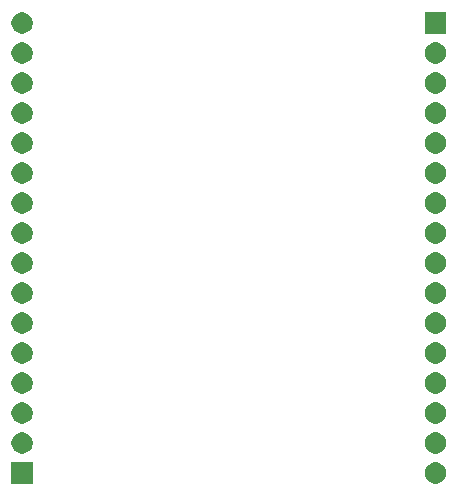
<source format=gbr>
G04 #@! TF.GenerationSoftware,KiCad,Pcbnew,(5.1.5)-3*
G04 #@! TF.CreationDate,2020-03-18T19:06:41-04:00*
G04 #@! TF.ProjectId,SRAM CY62128EV30LL-45ZXI,5352414d-2043-4593-9632-313238455633,rev?*
G04 #@! TF.SameCoordinates,Original*
G04 #@! TF.FileFunction,Soldermask,Bot*
G04 #@! TF.FilePolarity,Negative*
%FSLAX46Y46*%
G04 Gerber Fmt 4.6, Leading zero omitted, Abs format (unit mm)*
G04 Created by KiCad (PCBNEW (5.1.5)-3) date 2020-03-18 19:06:41*
%MOMM*%
%LPD*%
G04 APERTURE LIST*
%ADD10C,0.100000*%
G04 APERTURE END LIST*
D10*
G36*
X95901000Y-84001000D02*
G01*
X94099000Y-84001000D01*
X94099000Y-82199000D01*
X95901000Y-82199000D01*
X95901000Y-84001000D01*
G37*
G36*
X130113512Y-82203927D02*
G01*
X130262812Y-82233624D01*
X130426784Y-82301544D01*
X130574354Y-82400147D01*
X130699853Y-82525646D01*
X130798456Y-82673216D01*
X130866376Y-82837188D01*
X130901000Y-83011259D01*
X130901000Y-83188741D01*
X130866376Y-83362812D01*
X130798456Y-83526784D01*
X130699853Y-83674354D01*
X130574354Y-83799853D01*
X130426784Y-83898456D01*
X130262812Y-83966376D01*
X130113512Y-83996073D01*
X130088742Y-84001000D01*
X129911258Y-84001000D01*
X129886488Y-83996073D01*
X129737188Y-83966376D01*
X129573216Y-83898456D01*
X129425646Y-83799853D01*
X129300147Y-83674354D01*
X129201544Y-83526784D01*
X129133624Y-83362812D01*
X129099000Y-83188741D01*
X129099000Y-83011259D01*
X129133624Y-82837188D01*
X129201544Y-82673216D01*
X129300147Y-82525646D01*
X129425646Y-82400147D01*
X129573216Y-82301544D01*
X129737188Y-82233624D01*
X129886488Y-82203927D01*
X129911258Y-82199000D01*
X130088742Y-82199000D01*
X130113512Y-82203927D01*
G37*
G36*
X130113512Y-79663927D02*
G01*
X130262812Y-79693624D01*
X130426784Y-79761544D01*
X130574354Y-79860147D01*
X130699853Y-79985646D01*
X130798456Y-80133216D01*
X130866376Y-80297188D01*
X130901000Y-80471259D01*
X130901000Y-80648741D01*
X130866376Y-80822812D01*
X130798456Y-80986784D01*
X130699853Y-81134354D01*
X130574354Y-81259853D01*
X130426784Y-81358456D01*
X130262812Y-81426376D01*
X130113512Y-81456073D01*
X130088742Y-81461000D01*
X129911258Y-81461000D01*
X129886488Y-81456073D01*
X129737188Y-81426376D01*
X129573216Y-81358456D01*
X129425646Y-81259853D01*
X129300147Y-81134354D01*
X129201544Y-80986784D01*
X129133624Y-80822812D01*
X129099000Y-80648741D01*
X129099000Y-80471259D01*
X129133624Y-80297188D01*
X129201544Y-80133216D01*
X129300147Y-79985646D01*
X129425646Y-79860147D01*
X129573216Y-79761544D01*
X129737188Y-79693624D01*
X129886488Y-79663927D01*
X129911258Y-79659000D01*
X130088742Y-79659000D01*
X130113512Y-79663927D01*
G37*
G36*
X95113512Y-79663927D02*
G01*
X95262812Y-79693624D01*
X95426784Y-79761544D01*
X95574354Y-79860147D01*
X95699853Y-79985646D01*
X95798456Y-80133216D01*
X95866376Y-80297188D01*
X95901000Y-80471259D01*
X95901000Y-80648741D01*
X95866376Y-80822812D01*
X95798456Y-80986784D01*
X95699853Y-81134354D01*
X95574354Y-81259853D01*
X95426784Y-81358456D01*
X95262812Y-81426376D01*
X95113512Y-81456073D01*
X95088742Y-81461000D01*
X94911258Y-81461000D01*
X94886488Y-81456073D01*
X94737188Y-81426376D01*
X94573216Y-81358456D01*
X94425646Y-81259853D01*
X94300147Y-81134354D01*
X94201544Y-80986784D01*
X94133624Y-80822812D01*
X94099000Y-80648741D01*
X94099000Y-80471259D01*
X94133624Y-80297188D01*
X94201544Y-80133216D01*
X94300147Y-79985646D01*
X94425646Y-79860147D01*
X94573216Y-79761544D01*
X94737188Y-79693624D01*
X94886488Y-79663927D01*
X94911258Y-79659000D01*
X95088742Y-79659000D01*
X95113512Y-79663927D01*
G37*
G36*
X130113512Y-77123927D02*
G01*
X130262812Y-77153624D01*
X130426784Y-77221544D01*
X130574354Y-77320147D01*
X130699853Y-77445646D01*
X130798456Y-77593216D01*
X130866376Y-77757188D01*
X130901000Y-77931259D01*
X130901000Y-78108741D01*
X130866376Y-78282812D01*
X130798456Y-78446784D01*
X130699853Y-78594354D01*
X130574354Y-78719853D01*
X130426784Y-78818456D01*
X130262812Y-78886376D01*
X130113512Y-78916073D01*
X130088742Y-78921000D01*
X129911258Y-78921000D01*
X129886488Y-78916073D01*
X129737188Y-78886376D01*
X129573216Y-78818456D01*
X129425646Y-78719853D01*
X129300147Y-78594354D01*
X129201544Y-78446784D01*
X129133624Y-78282812D01*
X129099000Y-78108741D01*
X129099000Y-77931259D01*
X129133624Y-77757188D01*
X129201544Y-77593216D01*
X129300147Y-77445646D01*
X129425646Y-77320147D01*
X129573216Y-77221544D01*
X129737188Y-77153624D01*
X129886488Y-77123927D01*
X129911258Y-77119000D01*
X130088742Y-77119000D01*
X130113512Y-77123927D01*
G37*
G36*
X95113512Y-77123927D02*
G01*
X95262812Y-77153624D01*
X95426784Y-77221544D01*
X95574354Y-77320147D01*
X95699853Y-77445646D01*
X95798456Y-77593216D01*
X95866376Y-77757188D01*
X95901000Y-77931259D01*
X95901000Y-78108741D01*
X95866376Y-78282812D01*
X95798456Y-78446784D01*
X95699853Y-78594354D01*
X95574354Y-78719853D01*
X95426784Y-78818456D01*
X95262812Y-78886376D01*
X95113512Y-78916073D01*
X95088742Y-78921000D01*
X94911258Y-78921000D01*
X94886488Y-78916073D01*
X94737188Y-78886376D01*
X94573216Y-78818456D01*
X94425646Y-78719853D01*
X94300147Y-78594354D01*
X94201544Y-78446784D01*
X94133624Y-78282812D01*
X94099000Y-78108741D01*
X94099000Y-77931259D01*
X94133624Y-77757188D01*
X94201544Y-77593216D01*
X94300147Y-77445646D01*
X94425646Y-77320147D01*
X94573216Y-77221544D01*
X94737188Y-77153624D01*
X94886488Y-77123927D01*
X94911258Y-77119000D01*
X95088742Y-77119000D01*
X95113512Y-77123927D01*
G37*
G36*
X95113512Y-74583927D02*
G01*
X95262812Y-74613624D01*
X95426784Y-74681544D01*
X95574354Y-74780147D01*
X95699853Y-74905646D01*
X95798456Y-75053216D01*
X95866376Y-75217188D01*
X95901000Y-75391259D01*
X95901000Y-75568741D01*
X95866376Y-75742812D01*
X95798456Y-75906784D01*
X95699853Y-76054354D01*
X95574354Y-76179853D01*
X95426784Y-76278456D01*
X95262812Y-76346376D01*
X95113512Y-76376073D01*
X95088742Y-76381000D01*
X94911258Y-76381000D01*
X94886488Y-76376073D01*
X94737188Y-76346376D01*
X94573216Y-76278456D01*
X94425646Y-76179853D01*
X94300147Y-76054354D01*
X94201544Y-75906784D01*
X94133624Y-75742812D01*
X94099000Y-75568741D01*
X94099000Y-75391259D01*
X94133624Y-75217188D01*
X94201544Y-75053216D01*
X94300147Y-74905646D01*
X94425646Y-74780147D01*
X94573216Y-74681544D01*
X94737188Y-74613624D01*
X94886488Y-74583927D01*
X94911258Y-74579000D01*
X95088742Y-74579000D01*
X95113512Y-74583927D01*
G37*
G36*
X130113512Y-74583927D02*
G01*
X130262812Y-74613624D01*
X130426784Y-74681544D01*
X130574354Y-74780147D01*
X130699853Y-74905646D01*
X130798456Y-75053216D01*
X130866376Y-75217188D01*
X130901000Y-75391259D01*
X130901000Y-75568741D01*
X130866376Y-75742812D01*
X130798456Y-75906784D01*
X130699853Y-76054354D01*
X130574354Y-76179853D01*
X130426784Y-76278456D01*
X130262812Y-76346376D01*
X130113512Y-76376073D01*
X130088742Y-76381000D01*
X129911258Y-76381000D01*
X129886488Y-76376073D01*
X129737188Y-76346376D01*
X129573216Y-76278456D01*
X129425646Y-76179853D01*
X129300147Y-76054354D01*
X129201544Y-75906784D01*
X129133624Y-75742812D01*
X129099000Y-75568741D01*
X129099000Y-75391259D01*
X129133624Y-75217188D01*
X129201544Y-75053216D01*
X129300147Y-74905646D01*
X129425646Y-74780147D01*
X129573216Y-74681544D01*
X129737188Y-74613624D01*
X129886488Y-74583927D01*
X129911258Y-74579000D01*
X130088742Y-74579000D01*
X130113512Y-74583927D01*
G37*
G36*
X130113512Y-72043927D02*
G01*
X130262812Y-72073624D01*
X130426784Y-72141544D01*
X130574354Y-72240147D01*
X130699853Y-72365646D01*
X130798456Y-72513216D01*
X130866376Y-72677188D01*
X130901000Y-72851259D01*
X130901000Y-73028741D01*
X130866376Y-73202812D01*
X130798456Y-73366784D01*
X130699853Y-73514354D01*
X130574354Y-73639853D01*
X130426784Y-73738456D01*
X130262812Y-73806376D01*
X130113512Y-73836073D01*
X130088742Y-73841000D01*
X129911258Y-73841000D01*
X129886488Y-73836073D01*
X129737188Y-73806376D01*
X129573216Y-73738456D01*
X129425646Y-73639853D01*
X129300147Y-73514354D01*
X129201544Y-73366784D01*
X129133624Y-73202812D01*
X129099000Y-73028741D01*
X129099000Y-72851259D01*
X129133624Y-72677188D01*
X129201544Y-72513216D01*
X129300147Y-72365646D01*
X129425646Y-72240147D01*
X129573216Y-72141544D01*
X129737188Y-72073624D01*
X129886488Y-72043927D01*
X129911258Y-72039000D01*
X130088742Y-72039000D01*
X130113512Y-72043927D01*
G37*
G36*
X95113512Y-72043927D02*
G01*
X95262812Y-72073624D01*
X95426784Y-72141544D01*
X95574354Y-72240147D01*
X95699853Y-72365646D01*
X95798456Y-72513216D01*
X95866376Y-72677188D01*
X95901000Y-72851259D01*
X95901000Y-73028741D01*
X95866376Y-73202812D01*
X95798456Y-73366784D01*
X95699853Y-73514354D01*
X95574354Y-73639853D01*
X95426784Y-73738456D01*
X95262812Y-73806376D01*
X95113512Y-73836073D01*
X95088742Y-73841000D01*
X94911258Y-73841000D01*
X94886488Y-73836073D01*
X94737188Y-73806376D01*
X94573216Y-73738456D01*
X94425646Y-73639853D01*
X94300147Y-73514354D01*
X94201544Y-73366784D01*
X94133624Y-73202812D01*
X94099000Y-73028741D01*
X94099000Y-72851259D01*
X94133624Y-72677188D01*
X94201544Y-72513216D01*
X94300147Y-72365646D01*
X94425646Y-72240147D01*
X94573216Y-72141544D01*
X94737188Y-72073624D01*
X94886488Y-72043927D01*
X94911258Y-72039000D01*
X95088742Y-72039000D01*
X95113512Y-72043927D01*
G37*
G36*
X130113512Y-69503927D02*
G01*
X130262812Y-69533624D01*
X130426784Y-69601544D01*
X130574354Y-69700147D01*
X130699853Y-69825646D01*
X130798456Y-69973216D01*
X130866376Y-70137188D01*
X130901000Y-70311259D01*
X130901000Y-70488741D01*
X130866376Y-70662812D01*
X130798456Y-70826784D01*
X130699853Y-70974354D01*
X130574354Y-71099853D01*
X130426784Y-71198456D01*
X130262812Y-71266376D01*
X130113512Y-71296073D01*
X130088742Y-71301000D01*
X129911258Y-71301000D01*
X129886488Y-71296073D01*
X129737188Y-71266376D01*
X129573216Y-71198456D01*
X129425646Y-71099853D01*
X129300147Y-70974354D01*
X129201544Y-70826784D01*
X129133624Y-70662812D01*
X129099000Y-70488741D01*
X129099000Y-70311259D01*
X129133624Y-70137188D01*
X129201544Y-69973216D01*
X129300147Y-69825646D01*
X129425646Y-69700147D01*
X129573216Y-69601544D01*
X129737188Y-69533624D01*
X129886488Y-69503927D01*
X129911258Y-69499000D01*
X130088742Y-69499000D01*
X130113512Y-69503927D01*
G37*
G36*
X95113512Y-69503927D02*
G01*
X95262812Y-69533624D01*
X95426784Y-69601544D01*
X95574354Y-69700147D01*
X95699853Y-69825646D01*
X95798456Y-69973216D01*
X95866376Y-70137188D01*
X95901000Y-70311259D01*
X95901000Y-70488741D01*
X95866376Y-70662812D01*
X95798456Y-70826784D01*
X95699853Y-70974354D01*
X95574354Y-71099853D01*
X95426784Y-71198456D01*
X95262812Y-71266376D01*
X95113512Y-71296073D01*
X95088742Y-71301000D01*
X94911258Y-71301000D01*
X94886488Y-71296073D01*
X94737188Y-71266376D01*
X94573216Y-71198456D01*
X94425646Y-71099853D01*
X94300147Y-70974354D01*
X94201544Y-70826784D01*
X94133624Y-70662812D01*
X94099000Y-70488741D01*
X94099000Y-70311259D01*
X94133624Y-70137188D01*
X94201544Y-69973216D01*
X94300147Y-69825646D01*
X94425646Y-69700147D01*
X94573216Y-69601544D01*
X94737188Y-69533624D01*
X94886488Y-69503927D01*
X94911258Y-69499000D01*
X95088742Y-69499000D01*
X95113512Y-69503927D01*
G37*
G36*
X130113512Y-66963927D02*
G01*
X130262812Y-66993624D01*
X130426784Y-67061544D01*
X130574354Y-67160147D01*
X130699853Y-67285646D01*
X130798456Y-67433216D01*
X130866376Y-67597188D01*
X130901000Y-67771259D01*
X130901000Y-67948741D01*
X130866376Y-68122812D01*
X130798456Y-68286784D01*
X130699853Y-68434354D01*
X130574354Y-68559853D01*
X130426784Y-68658456D01*
X130262812Y-68726376D01*
X130113512Y-68756073D01*
X130088742Y-68761000D01*
X129911258Y-68761000D01*
X129886488Y-68756073D01*
X129737188Y-68726376D01*
X129573216Y-68658456D01*
X129425646Y-68559853D01*
X129300147Y-68434354D01*
X129201544Y-68286784D01*
X129133624Y-68122812D01*
X129099000Y-67948741D01*
X129099000Y-67771259D01*
X129133624Y-67597188D01*
X129201544Y-67433216D01*
X129300147Y-67285646D01*
X129425646Y-67160147D01*
X129573216Y-67061544D01*
X129737188Y-66993624D01*
X129886488Y-66963927D01*
X129911258Y-66959000D01*
X130088742Y-66959000D01*
X130113512Y-66963927D01*
G37*
G36*
X95113512Y-66963927D02*
G01*
X95262812Y-66993624D01*
X95426784Y-67061544D01*
X95574354Y-67160147D01*
X95699853Y-67285646D01*
X95798456Y-67433216D01*
X95866376Y-67597188D01*
X95901000Y-67771259D01*
X95901000Y-67948741D01*
X95866376Y-68122812D01*
X95798456Y-68286784D01*
X95699853Y-68434354D01*
X95574354Y-68559853D01*
X95426784Y-68658456D01*
X95262812Y-68726376D01*
X95113512Y-68756073D01*
X95088742Y-68761000D01*
X94911258Y-68761000D01*
X94886488Y-68756073D01*
X94737188Y-68726376D01*
X94573216Y-68658456D01*
X94425646Y-68559853D01*
X94300147Y-68434354D01*
X94201544Y-68286784D01*
X94133624Y-68122812D01*
X94099000Y-67948741D01*
X94099000Y-67771259D01*
X94133624Y-67597188D01*
X94201544Y-67433216D01*
X94300147Y-67285646D01*
X94425646Y-67160147D01*
X94573216Y-67061544D01*
X94737188Y-66993624D01*
X94886488Y-66963927D01*
X94911258Y-66959000D01*
X95088742Y-66959000D01*
X95113512Y-66963927D01*
G37*
G36*
X95113512Y-64423927D02*
G01*
X95262812Y-64453624D01*
X95426784Y-64521544D01*
X95574354Y-64620147D01*
X95699853Y-64745646D01*
X95798456Y-64893216D01*
X95866376Y-65057188D01*
X95901000Y-65231259D01*
X95901000Y-65408741D01*
X95866376Y-65582812D01*
X95798456Y-65746784D01*
X95699853Y-65894354D01*
X95574354Y-66019853D01*
X95426784Y-66118456D01*
X95262812Y-66186376D01*
X95113512Y-66216073D01*
X95088742Y-66221000D01*
X94911258Y-66221000D01*
X94886488Y-66216073D01*
X94737188Y-66186376D01*
X94573216Y-66118456D01*
X94425646Y-66019853D01*
X94300147Y-65894354D01*
X94201544Y-65746784D01*
X94133624Y-65582812D01*
X94099000Y-65408741D01*
X94099000Y-65231259D01*
X94133624Y-65057188D01*
X94201544Y-64893216D01*
X94300147Y-64745646D01*
X94425646Y-64620147D01*
X94573216Y-64521544D01*
X94737188Y-64453624D01*
X94886488Y-64423927D01*
X94911258Y-64419000D01*
X95088742Y-64419000D01*
X95113512Y-64423927D01*
G37*
G36*
X130113512Y-64423927D02*
G01*
X130262812Y-64453624D01*
X130426784Y-64521544D01*
X130574354Y-64620147D01*
X130699853Y-64745646D01*
X130798456Y-64893216D01*
X130866376Y-65057188D01*
X130901000Y-65231259D01*
X130901000Y-65408741D01*
X130866376Y-65582812D01*
X130798456Y-65746784D01*
X130699853Y-65894354D01*
X130574354Y-66019853D01*
X130426784Y-66118456D01*
X130262812Y-66186376D01*
X130113512Y-66216073D01*
X130088742Y-66221000D01*
X129911258Y-66221000D01*
X129886488Y-66216073D01*
X129737188Y-66186376D01*
X129573216Y-66118456D01*
X129425646Y-66019853D01*
X129300147Y-65894354D01*
X129201544Y-65746784D01*
X129133624Y-65582812D01*
X129099000Y-65408741D01*
X129099000Y-65231259D01*
X129133624Y-65057188D01*
X129201544Y-64893216D01*
X129300147Y-64745646D01*
X129425646Y-64620147D01*
X129573216Y-64521544D01*
X129737188Y-64453624D01*
X129886488Y-64423927D01*
X129911258Y-64419000D01*
X130088742Y-64419000D01*
X130113512Y-64423927D01*
G37*
G36*
X95113512Y-61883927D02*
G01*
X95262812Y-61913624D01*
X95426784Y-61981544D01*
X95574354Y-62080147D01*
X95699853Y-62205646D01*
X95798456Y-62353216D01*
X95866376Y-62517188D01*
X95901000Y-62691259D01*
X95901000Y-62868741D01*
X95866376Y-63042812D01*
X95798456Y-63206784D01*
X95699853Y-63354354D01*
X95574354Y-63479853D01*
X95426784Y-63578456D01*
X95262812Y-63646376D01*
X95113512Y-63676073D01*
X95088742Y-63681000D01*
X94911258Y-63681000D01*
X94886488Y-63676073D01*
X94737188Y-63646376D01*
X94573216Y-63578456D01*
X94425646Y-63479853D01*
X94300147Y-63354354D01*
X94201544Y-63206784D01*
X94133624Y-63042812D01*
X94099000Y-62868741D01*
X94099000Y-62691259D01*
X94133624Y-62517188D01*
X94201544Y-62353216D01*
X94300147Y-62205646D01*
X94425646Y-62080147D01*
X94573216Y-61981544D01*
X94737188Y-61913624D01*
X94886488Y-61883927D01*
X94911258Y-61879000D01*
X95088742Y-61879000D01*
X95113512Y-61883927D01*
G37*
G36*
X130113512Y-61883927D02*
G01*
X130262812Y-61913624D01*
X130426784Y-61981544D01*
X130574354Y-62080147D01*
X130699853Y-62205646D01*
X130798456Y-62353216D01*
X130866376Y-62517188D01*
X130901000Y-62691259D01*
X130901000Y-62868741D01*
X130866376Y-63042812D01*
X130798456Y-63206784D01*
X130699853Y-63354354D01*
X130574354Y-63479853D01*
X130426784Y-63578456D01*
X130262812Y-63646376D01*
X130113512Y-63676073D01*
X130088742Y-63681000D01*
X129911258Y-63681000D01*
X129886488Y-63676073D01*
X129737188Y-63646376D01*
X129573216Y-63578456D01*
X129425646Y-63479853D01*
X129300147Y-63354354D01*
X129201544Y-63206784D01*
X129133624Y-63042812D01*
X129099000Y-62868741D01*
X129099000Y-62691259D01*
X129133624Y-62517188D01*
X129201544Y-62353216D01*
X129300147Y-62205646D01*
X129425646Y-62080147D01*
X129573216Y-61981544D01*
X129737188Y-61913624D01*
X129886488Y-61883927D01*
X129911258Y-61879000D01*
X130088742Y-61879000D01*
X130113512Y-61883927D01*
G37*
G36*
X95113512Y-59343927D02*
G01*
X95262812Y-59373624D01*
X95426784Y-59441544D01*
X95574354Y-59540147D01*
X95699853Y-59665646D01*
X95798456Y-59813216D01*
X95866376Y-59977188D01*
X95901000Y-60151259D01*
X95901000Y-60328741D01*
X95866376Y-60502812D01*
X95798456Y-60666784D01*
X95699853Y-60814354D01*
X95574354Y-60939853D01*
X95426784Y-61038456D01*
X95262812Y-61106376D01*
X95113512Y-61136073D01*
X95088742Y-61141000D01*
X94911258Y-61141000D01*
X94886488Y-61136073D01*
X94737188Y-61106376D01*
X94573216Y-61038456D01*
X94425646Y-60939853D01*
X94300147Y-60814354D01*
X94201544Y-60666784D01*
X94133624Y-60502812D01*
X94099000Y-60328741D01*
X94099000Y-60151259D01*
X94133624Y-59977188D01*
X94201544Y-59813216D01*
X94300147Y-59665646D01*
X94425646Y-59540147D01*
X94573216Y-59441544D01*
X94737188Y-59373624D01*
X94886488Y-59343927D01*
X94911258Y-59339000D01*
X95088742Y-59339000D01*
X95113512Y-59343927D01*
G37*
G36*
X130113512Y-59343927D02*
G01*
X130262812Y-59373624D01*
X130426784Y-59441544D01*
X130574354Y-59540147D01*
X130699853Y-59665646D01*
X130798456Y-59813216D01*
X130866376Y-59977188D01*
X130901000Y-60151259D01*
X130901000Y-60328741D01*
X130866376Y-60502812D01*
X130798456Y-60666784D01*
X130699853Y-60814354D01*
X130574354Y-60939853D01*
X130426784Y-61038456D01*
X130262812Y-61106376D01*
X130113512Y-61136073D01*
X130088742Y-61141000D01*
X129911258Y-61141000D01*
X129886488Y-61136073D01*
X129737188Y-61106376D01*
X129573216Y-61038456D01*
X129425646Y-60939853D01*
X129300147Y-60814354D01*
X129201544Y-60666784D01*
X129133624Y-60502812D01*
X129099000Y-60328741D01*
X129099000Y-60151259D01*
X129133624Y-59977188D01*
X129201544Y-59813216D01*
X129300147Y-59665646D01*
X129425646Y-59540147D01*
X129573216Y-59441544D01*
X129737188Y-59373624D01*
X129886488Y-59343927D01*
X129911258Y-59339000D01*
X130088742Y-59339000D01*
X130113512Y-59343927D01*
G37*
G36*
X130113512Y-56803927D02*
G01*
X130262812Y-56833624D01*
X130426784Y-56901544D01*
X130574354Y-57000147D01*
X130699853Y-57125646D01*
X130798456Y-57273216D01*
X130866376Y-57437188D01*
X130901000Y-57611259D01*
X130901000Y-57788741D01*
X130866376Y-57962812D01*
X130798456Y-58126784D01*
X130699853Y-58274354D01*
X130574354Y-58399853D01*
X130426784Y-58498456D01*
X130262812Y-58566376D01*
X130113512Y-58596073D01*
X130088742Y-58601000D01*
X129911258Y-58601000D01*
X129886488Y-58596073D01*
X129737188Y-58566376D01*
X129573216Y-58498456D01*
X129425646Y-58399853D01*
X129300147Y-58274354D01*
X129201544Y-58126784D01*
X129133624Y-57962812D01*
X129099000Y-57788741D01*
X129099000Y-57611259D01*
X129133624Y-57437188D01*
X129201544Y-57273216D01*
X129300147Y-57125646D01*
X129425646Y-57000147D01*
X129573216Y-56901544D01*
X129737188Y-56833624D01*
X129886488Y-56803927D01*
X129911258Y-56799000D01*
X130088742Y-56799000D01*
X130113512Y-56803927D01*
G37*
G36*
X95113512Y-56803927D02*
G01*
X95262812Y-56833624D01*
X95426784Y-56901544D01*
X95574354Y-57000147D01*
X95699853Y-57125646D01*
X95798456Y-57273216D01*
X95866376Y-57437188D01*
X95901000Y-57611259D01*
X95901000Y-57788741D01*
X95866376Y-57962812D01*
X95798456Y-58126784D01*
X95699853Y-58274354D01*
X95574354Y-58399853D01*
X95426784Y-58498456D01*
X95262812Y-58566376D01*
X95113512Y-58596073D01*
X95088742Y-58601000D01*
X94911258Y-58601000D01*
X94886488Y-58596073D01*
X94737188Y-58566376D01*
X94573216Y-58498456D01*
X94425646Y-58399853D01*
X94300147Y-58274354D01*
X94201544Y-58126784D01*
X94133624Y-57962812D01*
X94099000Y-57788741D01*
X94099000Y-57611259D01*
X94133624Y-57437188D01*
X94201544Y-57273216D01*
X94300147Y-57125646D01*
X94425646Y-57000147D01*
X94573216Y-56901544D01*
X94737188Y-56833624D01*
X94886488Y-56803927D01*
X94911258Y-56799000D01*
X95088742Y-56799000D01*
X95113512Y-56803927D01*
G37*
G36*
X130113512Y-54263927D02*
G01*
X130262812Y-54293624D01*
X130426784Y-54361544D01*
X130574354Y-54460147D01*
X130699853Y-54585646D01*
X130798456Y-54733216D01*
X130866376Y-54897188D01*
X130901000Y-55071259D01*
X130901000Y-55248741D01*
X130866376Y-55422812D01*
X130798456Y-55586784D01*
X130699853Y-55734354D01*
X130574354Y-55859853D01*
X130426784Y-55958456D01*
X130262812Y-56026376D01*
X130113512Y-56056073D01*
X130088742Y-56061000D01*
X129911258Y-56061000D01*
X129886488Y-56056073D01*
X129737188Y-56026376D01*
X129573216Y-55958456D01*
X129425646Y-55859853D01*
X129300147Y-55734354D01*
X129201544Y-55586784D01*
X129133624Y-55422812D01*
X129099000Y-55248741D01*
X129099000Y-55071259D01*
X129133624Y-54897188D01*
X129201544Y-54733216D01*
X129300147Y-54585646D01*
X129425646Y-54460147D01*
X129573216Y-54361544D01*
X129737188Y-54293624D01*
X129886488Y-54263927D01*
X129911258Y-54259000D01*
X130088742Y-54259000D01*
X130113512Y-54263927D01*
G37*
G36*
X95113512Y-54263927D02*
G01*
X95262812Y-54293624D01*
X95426784Y-54361544D01*
X95574354Y-54460147D01*
X95699853Y-54585646D01*
X95798456Y-54733216D01*
X95866376Y-54897188D01*
X95901000Y-55071259D01*
X95901000Y-55248741D01*
X95866376Y-55422812D01*
X95798456Y-55586784D01*
X95699853Y-55734354D01*
X95574354Y-55859853D01*
X95426784Y-55958456D01*
X95262812Y-56026376D01*
X95113512Y-56056073D01*
X95088742Y-56061000D01*
X94911258Y-56061000D01*
X94886488Y-56056073D01*
X94737188Y-56026376D01*
X94573216Y-55958456D01*
X94425646Y-55859853D01*
X94300147Y-55734354D01*
X94201544Y-55586784D01*
X94133624Y-55422812D01*
X94099000Y-55248741D01*
X94099000Y-55071259D01*
X94133624Y-54897188D01*
X94201544Y-54733216D01*
X94300147Y-54585646D01*
X94425646Y-54460147D01*
X94573216Y-54361544D01*
X94737188Y-54293624D01*
X94886488Y-54263927D01*
X94911258Y-54259000D01*
X95088742Y-54259000D01*
X95113512Y-54263927D01*
G37*
G36*
X95113512Y-51723927D02*
G01*
X95262812Y-51753624D01*
X95426784Y-51821544D01*
X95574354Y-51920147D01*
X95699853Y-52045646D01*
X95798456Y-52193216D01*
X95866376Y-52357188D01*
X95901000Y-52531259D01*
X95901000Y-52708741D01*
X95866376Y-52882812D01*
X95798456Y-53046784D01*
X95699853Y-53194354D01*
X95574354Y-53319853D01*
X95426784Y-53418456D01*
X95262812Y-53486376D01*
X95113512Y-53516073D01*
X95088742Y-53521000D01*
X94911258Y-53521000D01*
X94886488Y-53516073D01*
X94737188Y-53486376D01*
X94573216Y-53418456D01*
X94425646Y-53319853D01*
X94300147Y-53194354D01*
X94201544Y-53046784D01*
X94133624Y-52882812D01*
X94099000Y-52708741D01*
X94099000Y-52531259D01*
X94133624Y-52357188D01*
X94201544Y-52193216D01*
X94300147Y-52045646D01*
X94425646Y-51920147D01*
X94573216Y-51821544D01*
X94737188Y-51753624D01*
X94886488Y-51723927D01*
X94911258Y-51719000D01*
X95088742Y-51719000D01*
X95113512Y-51723927D01*
G37*
G36*
X130113512Y-51723927D02*
G01*
X130262812Y-51753624D01*
X130426784Y-51821544D01*
X130574354Y-51920147D01*
X130699853Y-52045646D01*
X130798456Y-52193216D01*
X130866376Y-52357188D01*
X130901000Y-52531259D01*
X130901000Y-52708741D01*
X130866376Y-52882812D01*
X130798456Y-53046784D01*
X130699853Y-53194354D01*
X130574354Y-53319853D01*
X130426784Y-53418456D01*
X130262812Y-53486376D01*
X130113512Y-53516073D01*
X130088742Y-53521000D01*
X129911258Y-53521000D01*
X129886488Y-53516073D01*
X129737188Y-53486376D01*
X129573216Y-53418456D01*
X129425646Y-53319853D01*
X129300147Y-53194354D01*
X129201544Y-53046784D01*
X129133624Y-52882812D01*
X129099000Y-52708741D01*
X129099000Y-52531259D01*
X129133624Y-52357188D01*
X129201544Y-52193216D01*
X129300147Y-52045646D01*
X129425646Y-51920147D01*
X129573216Y-51821544D01*
X129737188Y-51753624D01*
X129886488Y-51723927D01*
X129911258Y-51719000D01*
X130088742Y-51719000D01*
X130113512Y-51723927D01*
G37*
G36*
X95113512Y-49183927D02*
G01*
X95262812Y-49213624D01*
X95426784Y-49281544D01*
X95574354Y-49380147D01*
X95699853Y-49505646D01*
X95798456Y-49653216D01*
X95866376Y-49817188D01*
X95901000Y-49991259D01*
X95901000Y-50168741D01*
X95866376Y-50342812D01*
X95798456Y-50506784D01*
X95699853Y-50654354D01*
X95574354Y-50779853D01*
X95426784Y-50878456D01*
X95262812Y-50946376D01*
X95113512Y-50976073D01*
X95088742Y-50981000D01*
X94911258Y-50981000D01*
X94886488Y-50976073D01*
X94737188Y-50946376D01*
X94573216Y-50878456D01*
X94425646Y-50779853D01*
X94300147Y-50654354D01*
X94201544Y-50506784D01*
X94133624Y-50342812D01*
X94099000Y-50168741D01*
X94099000Y-49991259D01*
X94133624Y-49817188D01*
X94201544Y-49653216D01*
X94300147Y-49505646D01*
X94425646Y-49380147D01*
X94573216Y-49281544D01*
X94737188Y-49213624D01*
X94886488Y-49183927D01*
X94911258Y-49179000D01*
X95088742Y-49179000D01*
X95113512Y-49183927D01*
G37*
G36*
X130113512Y-49183927D02*
G01*
X130262812Y-49213624D01*
X130426784Y-49281544D01*
X130574354Y-49380147D01*
X130699853Y-49505646D01*
X130798456Y-49653216D01*
X130866376Y-49817188D01*
X130901000Y-49991259D01*
X130901000Y-50168741D01*
X130866376Y-50342812D01*
X130798456Y-50506784D01*
X130699853Y-50654354D01*
X130574354Y-50779853D01*
X130426784Y-50878456D01*
X130262812Y-50946376D01*
X130113512Y-50976073D01*
X130088742Y-50981000D01*
X129911258Y-50981000D01*
X129886488Y-50976073D01*
X129737188Y-50946376D01*
X129573216Y-50878456D01*
X129425646Y-50779853D01*
X129300147Y-50654354D01*
X129201544Y-50506784D01*
X129133624Y-50342812D01*
X129099000Y-50168741D01*
X129099000Y-49991259D01*
X129133624Y-49817188D01*
X129201544Y-49653216D01*
X129300147Y-49505646D01*
X129425646Y-49380147D01*
X129573216Y-49281544D01*
X129737188Y-49213624D01*
X129886488Y-49183927D01*
X129911258Y-49179000D01*
X130088742Y-49179000D01*
X130113512Y-49183927D01*
G37*
G36*
X95113512Y-46643927D02*
G01*
X95262812Y-46673624D01*
X95426784Y-46741544D01*
X95574354Y-46840147D01*
X95699853Y-46965646D01*
X95798456Y-47113216D01*
X95866376Y-47277188D01*
X95901000Y-47451259D01*
X95901000Y-47628741D01*
X95866376Y-47802812D01*
X95798456Y-47966784D01*
X95699853Y-48114354D01*
X95574354Y-48239853D01*
X95426784Y-48338456D01*
X95262812Y-48406376D01*
X95113512Y-48436073D01*
X95088742Y-48441000D01*
X94911258Y-48441000D01*
X94886488Y-48436073D01*
X94737188Y-48406376D01*
X94573216Y-48338456D01*
X94425646Y-48239853D01*
X94300147Y-48114354D01*
X94201544Y-47966784D01*
X94133624Y-47802812D01*
X94099000Y-47628741D01*
X94099000Y-47451259D01*
X94133624Y-47277188D01*
X94201544Y-47113216D01*
X94300147Y-46965646D01*
X94425646Y-46840147D01*
X94573216Y-46741544D01*
X94737188Y-46673624D01*
X94886488Y-46643927D01*
X94911258Y-46639000D01*
X95088742Y-46639000D01*
X95113512Y-46643927D01*
G37*
G36*
X130113512Y-46643927D02*
G01*
X130262812Y-46673624D01*
X130426784Y-46741544D01*
X130574354Y-46840147D01*
X130699853Y-46965646D01*
X130798456Y-47113216D01*
X130866376Y-47277188D01*
X130901000Y-47451259D01*
X130901000Y-47628741D01*
X130866376Y-47802812D01*
X130798456Y-47966784D01*
X130699853Y-48114354D01*
X130574354Y-48239853D01*
X130426784Y-48338456D01*
X130262812Y-48406376D01*
X130113512Y-48436073D01*
X130088742Y-48441000D01*
X129911258Y-48441000D01*
X129886488Y-48436073D01*
X129737188Y-48406376D01*
X129573216Y-48338456D01*
X129425646Y-48239853D01*
X129300147Y-48114354D01*
X129201544Y-47966784D01*
X129133624Y-47802812D01*
X129099000Y-47628741D01*
X129099000Y-47451259D01*
X129133624Y-47277188D01*
X129201544Y-47113216D01*
X129300147Y-46965646D01*
X129425646Y-46840147D01*
X129573216Y-46741544D01*
X129737188Y-46673624D01*
X129886488Y-46643927D01*
X129911258Y-46639000D01*
X130088742Y-46639000D01*
X130113512Y-46643927D01*
G37*
G36*
X95113512Y-44103927D02*
G01*
X95262812Y-44133624D01*
X95426784Y-44201544D01*
X95574354Y-44300147D01*
X95699853Y-44425646D01*
X95798456Y-44573216D01*
X95866376Y-44737188D01*
X95901000Y-44911259D01*
X95901000Y-45088741D01*
X95866376Y-45262812D01*
X95798456Y-45426784D01*
X95699853Y-45574354D01*
X95574354Y-45699853D01*
X95426784Y-45798456D01*
X95262812Y-45866376D01*
X95113512Y-45896073D01*
X95088742Y-45901000D01*
X94911258Y-45901000D01*
X94886488Y-45896073D01*
X94737188Y-45866376D01*
X94573216Y-45798456D01*
X94425646Y-45699853D01*
X94300147Y-45574354D01*
X94201544Y-45426784D01*
X94133624Y-45262812D01*
X94099000Y-45088741D01*
X94099000Y-44911259D01*
X94133624Y-44737188D01*
X94201544Y-44573216D01*
X94300147Y-44425646D01*
X94425646Y-44300147D01*
X94573216Y-44201544D01*
X94737188Y-44133624D01*
X94886488Y-44103927D01*
X94911258Y-44099000D01*
X95088742Y-44099000D01*
X95113512Y-44103927D01*
G37*
G36*
X130901000Y-45901000D02*
G01*
X129099000Y-45901000D01*
X129099000Y-44099000D01*
X130901000Y-44099000D01*
X130901000Y-45901000D01*
G37*
M02*

</source>
